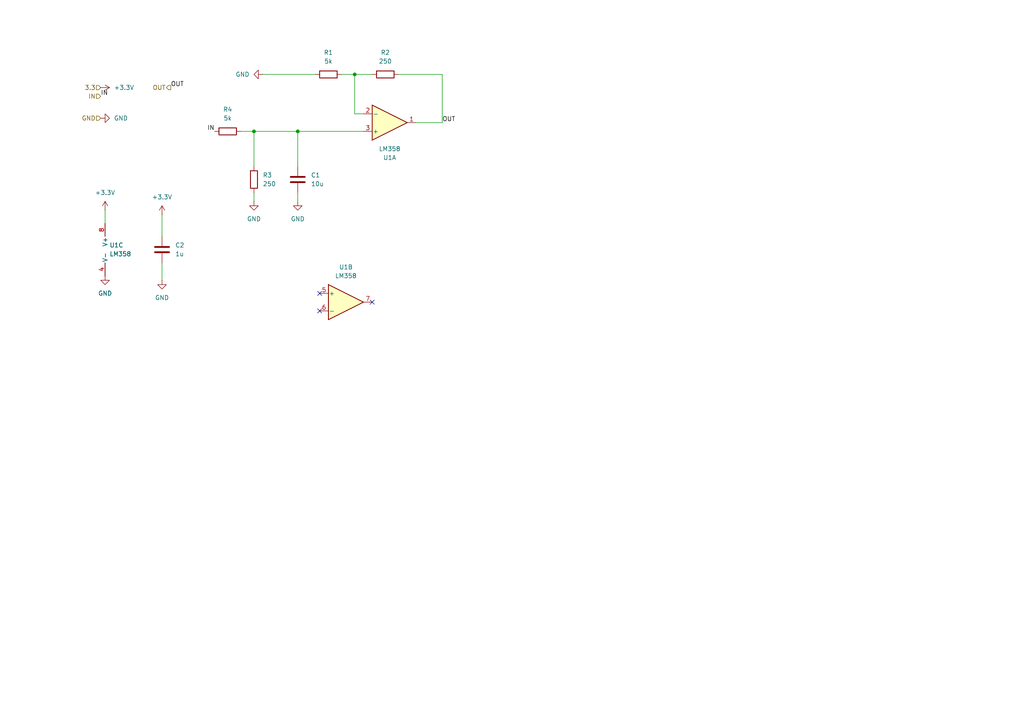
<source format=kicad_sch>
(kicad_sch
	(version 20231120)
	(generator "eeschema")
	(generator_version "8.0")
	(uuid "1ae8411e-c050-447b-9469-986b7003fe10")
	(paper "A4")
	(lib_symbols
		(symbol "Amplifier_Operational:LM358"
			(pin_names
				(offset 0.127)
			)
			(exclude_from_sim no)
			(in_bom yes)
			(on_board yes)
			(property "Reference" "U"
				(at 0 5.08 0)
				(effects
					(font
						(size 1.27 1.27)
					)
					(justify left)
				)
			)
			(property "Value" "LM358"
				(at 0 -5.08 0)
				(effects
					(font
						(size 1.27 1.27)
					)
					(justify left)
				)
			)
			(property "Footprint" ""
				(at 0 0 0)
				(effects
					(font
						(size 1.27 1.27)
					)
					(hide yes)
				)
			)
			(property "Datasheet" "http://www.ti.com/lit/ds/symlink/lm2904-n.pdf"
				(at 0 0 0)
				(effects
					(font
						(size 1.27 1.27)
					)
					(hide yes)
				)
			)
			(property "Description" "Low-Power, Dual Operational Amplifiers, DIP-8/SOIC-8/TO-99-8"
				(at 0 0 0)
				(effects
					(font
						(size 1.27 1.27)
					)
					(hide yes)
				)
			)
			(property "ki_locked" ""
				(at 0 0 0)
				(effects
					(font
						(size 1.27 1.27)
					)
				)
			)
			(property "ki_keywords" "dual opamp"
				(at 0 0 0)
				(effects
					(font
						(size 1.27 1.27)
					)
					(hide yes)
				)
			)
			(property "ki_fp_filters" "SOIC*3.9x4.9mm*P1.27mm* DIP*W7.62mm* TO*99* OnSemi*Micro8* TSSOP*3x3mm*P0.65mm* TSSOP*4.4x3mm*P0.65mm* MSOP*3x3mm*P0.65mm* SSOP*3.9x4.9mm*P0.635mm* LFCSP*2x2mm*P0.5mm* *SIP* SOIC*5.3x6.2mm*P1.27mm*"
				(at 0 0 0)
				(effects
					(font
						(size 1.27 1.27)
					)
					(hide yes)
				)
			)
			(symbol "LM358_1_1"
				(polyline
					(pts
						(xy -5.08 5.08) (xy 5.08 0) (xy -5.08 -5.08) (xy -5.08 5.08)
					)
					(stroke
						(width 0.254)
						(type default)
					)
					(fill
						(type background)
					)
				)
				(pin output line
					(at 7.62 0 180)
					(length 2.54)
					(name "~"
						(effects
							(font
								(size 1.27 1.27)
							)
						)
					)
					(number "1"
						(effects
							(font
								(size 1.27 1.27)
							)
						)
					)
				)
				(pin input line
					(at -7.62 -2.54 0)
					(length 2.54)
					(name "-"
						(effects
							(font
								(size 1.27 1.27)
							)
						)
					)
					(number "2"
						(effects
							(font
								(size 1.27 1.27)
							)
						)
					)
				)
				(pin input line
					(at -7.62 2.54 0)
					(length 2.54)
					(name "+"
						(effects
							(font
								(size 1.27 1.27)
							)
						)
					)
					(number "3"
						(effects
							(font
								(size 1.27 1.27)
							)
						)
					)
				)
			)
			(symbol "LM358_2_1"
				(polyline
					(pts
						(xy -5.08 5.08) (xy 5.08 0) (xy -5.08 -5.08) (xy -5.08 5.08)
					)
					(stroke
						(width 0.254)
						(type default)
					)
					(fill
						(type background)
					)
				)
				(pin input line
					(at -7.62 2.54 0)
					(length 2.54)
					(name "+"
						(effects
							(font
								(size 1.27 1.27)
							)
						)
					)
					(number "5"
						(effects
							(font
								(size 1.27 1.27)
							)
						)
					)
				)
				(pin input line
					(at -7.62 -2.54 0)
					(length 2.54)
					(name "-"
						(effects
							(font
								(size 1.27 1.27)
							)
						)
					)
					(number "6"
						(effects
							(font
								(size 1.27 1.27)
							)
						)
					)
				)
				(pin output line
					(at 7.62 0 180)
					(length 2.54)
					(name "~"
						(effects
							(font
								(size 1.27 1.27)
							)
						)
					)
					(number "7"
						(effects
							(font
								(size 1.27 1.27)
							)
						)
					)
				)
			)
			(symbol "LM358_3_1"
				(pin power_in line
					(at -2.54 -7.62 90)
					(length 3.81)
					(name "V-"
						(effects
							(font
								(size 1.27 1.27)
							)
						)
					)
					(number "4"
						(effects
							(font
								(size 1.27 1.27)
							)
						)
					)
				)
				(pin power_in line
					(at -2.54 7.62 270)
					(length 3.81)
					(name "V+"
						(effects
							(font
								(size 1.27 1.27)
							)
						)
					)
					(number "8"
						(effects
							(font
								(size 1.27 1.27)
							)
						)
					)
				)
			)
		)
		(symbol "Device:C"
			(pin_numbers hide)
			(pin_names
				(offset 0.254)
			)
			(exclude_from_sim no)
			(in_bom yes)
			(on_board yes)
			(property "Reference" "C"
				(at 0.635 2.54 0)
				(effects
					(font
						(size 1.27 1.27)
					)
					(justify left)
				)
			)
			(property "Value" "C"
				(at 0.635 -2.54 0)
				(effects
					(font
						(size 1.27 1.27)
					)
					(justify left)
				)
			)
			(property "Footprint" ""
				(at 0.9652 -3.81 0)
				(effects
					(font
						(size 1.27 1.27)
					)
					(hide yes)
				)
			)
			(property "Datasheet" "~"
				(at 0 0 0)
				(effects
					(font
						(size 1.27 1.27)
					)
					(hide yes)
				)
			)
			(property "Description" "Unpolarized capacitor"
				(at 0 0 0)
				(effects
					(font
						(size 1.27 1.27)
					)
					(hide yes)
				)
			)
			(property "ki_keywords" "cap capacitor"
				(at 0 0 0)
				(effects
					(font
						(size 1.27 1.27)
					)
					(hide yes)
				)
			)
			(property "ki_fp_filters" "C_*"
				(at 0 0 0)
				(effects
					(font
						(size 1.27 1.27)
					)
					(hide yes)
				)
			)
			(symbol "C_0_1"
				(polyline
					(pts
						(xy -2.032 -0.762) (xy 2.032 -0.762)
					)
					(stroke
						(width 0.508)
						(type default)
					)
					(fill
						(type none)
					)
				)
				(polyline
					(pts
						(xy -2.032 0.762) (xy 2.032 0.762)
					)
					(stroke
						(width 0.508)
						(type default)
					)
					(fill
						(type none)
					)
				)
			)
			(symbol "C_1_1"
				(pin passive line
					(at 0 3.81 270)
					(length 2.794)
					(name "~"
						(effects
							(font
								(size 1.27 1.27)
							)
						)
					)
					(number "1"
						(effects
							(font
								(size 1.27 1.27)
							)
						)
					)
				)
				(pin passive line
					(at 0 -3.81 90)
					(length 2.794)
					(name "~"
						(effects
							(font
								(size 1.27 1.27)
							)
						)
					)
					(number "2"
						(effects
							(font
								(size 1.27 1.27)
							)
						)
					)
				)
			)
		)
		(symbol "Device:R"
			(pin_numbers hide)
			(pin_names
				(offset 0)
			)
			(exclude_from_sim no)
			(in_bom yes)
			(on_board yes)
			(property "Reference" "R"
				(at 2.032 0 90)
				(effects
					(font
						(size 1.27 1.27)
					)
				)
			)
			(property "Value" "R"
				(at 0 0 90)
				(effects
					(font
						(size 1.27 1.27)
					)
				)
			)
			(property "Footprint" ""
				(at -1.778 0 90)
				(effects
					(font
						(size 1.27 1.27)
					)
					(hide yes)
				)
			)
			(property "Datasheet" "~"
				(at 0 0 0)
				(effects
					(font
						(size 1.27 1.27)
					)
					(hide yes)
				)
			)
			(property "Description" "Resistor"
				(at 0 0 0)
				(effects
					(font
						(size 1.27 1.27)
					)
					(hide yes)
				)
			)
			(property "ki_keywords" "R res resistor"
				(at 0 0 0)
				(effects
					(font
						(size 1.27 1.27)
					)
					(hide yes)
				)
			)
			(property "ki_fp_filters" "R_*"
				(at 0 0 0)
				(effects
					(font
						(size 1.27 1.27)
					)
					(hide yes)
				)
			)
			(symbol "R_0_1"
				(rectangle
					(start -1.016 -2.54)
					(end 1.016 2.54)
					(stroke
						(width 0.254)
						(type default)
					)
					(fill
						(type none)
					)
				)
			)
			(symbol "R_1_1"
				(pin passive line
					(at 0 3.81 270)
					(length 1.27)
					(name "~"
						(effects
							(font
								(size 1.27 1.27)
							)
						)
					)
					(number "1"
						(effects
							(font
								(size 1.27 1.27)
							)
						)
					)
				)
				(pin passive line
					(at 0 -3.81 90)
					(length 1.27)
					(name "~"
						(effects
							(font
								(size 1.27 1.27)
							)
						)
					)
					(number "2"
						(effects
							(font
								(size 1.27 1.27)
							)
						)
					)
				)
			)
		)
		(symbol "power:+3.3V"
			(power)
			(pin_numbers hide)
			(pin_names
				(offset 0) hide)
			(exclude_from_sim no)
			(in_bom yes)
			(on_board yes)
			(property "Reference" "#PWR"
				(at 0 -3.81 0)
				(effects
					(font
						(size 1.27 1.27)
					)
					(hide yes)
				)
			)
			(property "Value" "+3.3V"
				(at 0 3.556 0)
				(effects
					(font
						(size 1.27 1.27)
					)
				)
			)
			(property "Footprint" ""
				(at 0 0 0)
				(effects
					(font
						(size 1.27 1.27)
					)
					(hide yes)
				)
			)
			(property "Datasheet" ""
				(at 0 0 0)
				(effects
					(font
						(size 1.27 1.27)
					)
					(hide yes)
				)
			)
			(property "Description" "Power symbol creates a global label with name \"+3.3V\""
				(at 0 0 0)
				(effects
					(font
						(size 1.27 1.27)
					)
					(hide yes)
				)
			)
			(property "ki_keywords" "global power"
				(at 0 0 0)
				(effects
					(font
						(size 1.27 1.27)
					)
					(hide yes)
				)
			)
			(symbol "+3.3V_0_1"
				(polyline
					(pts
						(xy -0.762 1.27) (xy 0 2.54)
					)
					(stroke
						(width 0)
						(type default)
					)
					(fill
						(type none)
					)
				)
				(polyline
					(pts
						(xy 0 0) (xy 0 2.54)
					)
					(stroke
						(width 0)
						(type default)
					)
					(fill
						(type none)
					)
				)
				(polyline
					(pts
						(xy 0 2.54) (xy 0.762 1.27)
					)
					(stroke
						(width 0)
						(type default)
					)
					(fill
						(type none)
					)
				)
			)
			(symbol "+3.3V_1_1"
				(pin power_in line
					(at 0 0 90)
					(length 0)
					(name "~"
						(effects
							(font
								(size 1.27 1.27)
							)
						)
					)
					(number "1"
						(effects
							(font
								(size 1.27 1.27)
							)
						)
					)
				)
			)
		)
		(symbol "power:GND"
			(power)
			(pin_numbers hide)
			(pin_names
				(offset 0) hide)
			(exclude_from_sim no)
			(in_bom yes)
			(on_board yes)
			(property "Reference" "#PWR"
				(at 0 -6.35 0)
				(effects
					(font
						(size 1.27 1.27)
					)
					(hide yes)
				)
			)
			(property "Value" "GND"
				(at 0 -3.81 0)
				(effects
					(font
						(size 1.27 1.27)
					)
				)
			)
			(property "Footprint" ""
				(at 0 0 0)
				(effects
					(font
						(size 1.27 1.27)
					)
					(hide yes)
				)
			)
			(property "Datasheet" ""
				(at 0 0 0)
				(effects
					(font
						(size 1.27 1.27)
					)
					(hide yes)
				)
			)
			(property "Description" "Power symbol creates a global label with name \"GND\" , ground"
				(at 0 0 0)
				(effects
					(font
						(size 1.27 1.27)
					)
					(hide yes)
				)
			)
			(property "ki_keywords" "global power"
				(at 0 0 0)
				(effects
					(font
						(size 1.27 1.27)
					)
					(hide yes)
				)
			)
			(symbol "GND_0_1"
				(polyline
					(pts
						(xy 0 0) (xy 0 -1.27) (xy 1.27 -1.27) (xy 0 -2.54) (xy -1.27 -1.27) (xy 0 -1.27)
					)
					(stroke
						(width 0)
						(type default)
					)
					(fill
						(type none)
					)
				)
			)
			(symbol "GND_1_1"
				(pin power_in line
					(at 0 0 270)
					(length 0)
					(name "~"
						(effects
							(font
								(size 1.27 1.27)
							)
						)
					)
					(number "1"
						(effects
							(font
								(size 1.27 1.27)
							)
						)
					)
				)
			)
		)
	)
	(junction
		(at 86.36 38.1)
		(diameter 0)
		(color 0 0 0 0)
		(uuid "2ccd71af-0ba9-4edf-8444-d7f24d47a4a3")
	)
	(junction
		(at 102.87 21.59)
		(diameter 0)
		(color 0 0 0 0)
		(uuid "741e3bbe-1596-423d-828c-f3c84bf4e8f7")
	)
	(junction
		(at 73.66 38.1)
		(diameter 0)
		(color 0 0 0 0)
		(uuid "876c4171-3a70-4d10-8527-8996499591a0")
	)
	(no_connect
		(at 92.71 90.17)
		(uuid "16feb17f-ae21-41eb-8b77-3478136e537c")
	)
	(no_connect
		(at 92.71 85.09)
		(uuid "31fe0c33-75f4-4d37-a3e1-6558e997e5dc")
	)
	(no_connect
		(at 107.95 87.63)
		(uuid "abb3d851-54b8-405f-b907-9ed40f1f3630")
	)
	(wire
		(pts
			(xy 73.66 38.1) (xy 86.36 38.1)
		)
		(stroke
			(width 0)
			(type default)
		)
		(uuid "04920c4e-3401-4ef3-9123-780aa195e316")
	)
	(wire
		(pts
			(xy 102.87 21.59) (xy 107.95 21.59)
		)
		(stroke
			(width 0)
			(type default)
		)
		(uuid "1197dd72-bf08-4b6c-9556-7ad10b8451f7")
	)
	(wire
		(pts
			(xy 46.99 62.23) (xy 46.99 68.58)
		)
		(stroke
			(width 0)
			(type default)
		)
		(uuid "22ea4fd7-d491-4a28-ab66-b2c978ccf840")
	)
	(wire
		(pts
			(xy 120.65 35.56) (xy 128.27 35.56)
		)
		(stroke
			(width 0)
			(type default)
		)
		(uuid "3985d379-a47c-4627-9fd8-8e450c3fe65b")
	)
	(wire
		(pts
			(xy 73.66 48.26) (xy 73.66 38.1)
		)
		(stroke
			(width 0)
			(type default)
		)
		(uuid "3e35fa52-0973-4e39-868a-2c3f61e13645")
	)
	(wire
		(pts
			(xy 30.48 60.96) (xy 30.48 64.77)
		)
		(stroke
			(width 0)
			(type default)
		)
		(uuid "47a13220-057a-4da9-a1dd-f2ad1159633d")
	)
	(wire
		(pts
			(xy 128.27 21.59) (xy 115.57 21.59)
		)
		(stroke
			(width 0)
			(type default)
		)
		(uuid "5572dad7-873d-4e7f-91a4-cff4a59e5e5e")
	)
	(wire
		(pts
			(xy 69.85 38.1) (xy 73.66 38.1)
		)
		(stroke
			(width 0)
			(type default)
		)
		(uuid "628ea601-af0f-44d4-bd39-ec76f4f5ffbf")
	)
	(wire
		(pts
			(xy 105.41 38.1) (xy 86.36 38.1)
		)
		(stroke
			(width 0)
			(type default)
		)
		(uuid "8e2bf118-caa0-4eec-bc9b-c04bb61a04d1")
	)
	(wire
		(pts
			(xy 86.36 55.88) (xy 86.36 58.42)
		)
		(stroke
			(width 0)
			(type default)
		)
		(uuid "9bbbcd38-668b-4703-b68e-108afb558734")
	)
	(wire
		(pts
			(xy 76.2 21.59) (xy 91.44 21.59)
		)
		(stroke
			(width 0)
			(type default)
		)
		(uuid "a893e902-0ffd-485e-aaf1-7a455bce70c0")
	)
	(wire
		(pts
			(xy 46.99 76.2) (xy 46.99 81.28)
		)
		(stroke
			(width 0)
			(type default)
		)
		(uuid "bbbff54e-56ef-4bf9-b311-fd909aece87c")
	)
	(wire
		(pts
			(xy 86.36 38.1) (xy 86.36 48.26)
		)
		(stroke
			(width 0)
			(type default)
		)
		(uuid "d17a3b74-a12b-4c66-9641-55b1228ffed5")
	)
	(wire
		(pts
			(xy 128.27 35.56) (xy 128.27 21.59)
		)
		(stroke
			(width 0)
			(type default)
		)
		(uuid "dc9071a6-ea83-4a93-91e6-797aeaa4b92e")
	)
	(wire
		(pts
			(xy 99.06 21.59) (xy 102.87 21.59)
		)
		(stroke
			(width 0)
			(type default)
		)
		(uuid "e1c77342-15dc-422e-839c-44b293e84deb")
	)
	(wire
		(pts
			(xy 102.87 21.59) (xy 102.87 33.02)
		)
		(stroke
			(width 0)
			(type default)
		)
		(uuid "eea44694-4988-4e31-9d44-eaf79ae2f890")
	)
	(wire
		(pts
			(xy 105.41 33.02) (xy 102.87 33.02)
		)
		(stroke
			(width 0)
			(type default)
		)
		(uuid "efa16f04-e0cf-441d-a48d-577602620a47")
	)
	(wire
		(pts
			(xy 73.66 55.88) (xy 73.66 58.42)
		)
		(stroke
			(width 0)
			(type default)
		)
		(uuid "efc7e609-b11a-4050-b04b-90434c805283")
	)
	(label "IN"
		(at 29.21 27.94 0)
		(effects
			(font
				(size 1.27 1.27)
			)
			(justify left bottom)
		)
		(uuid "20b44762-7cf7-4b38-91cc-17eb8d7eb1bd")
	)
	(label "OUT"
		(at 49.53 25.4 0)
		(effects
			(font
				(size 1.27 1.27)
			)
			(justify left bottom)
		)
		(uuid "23f53cd3-19b5-413d-81a0-e34684b82586")
	)
	(label "IN"
		(at 62.23 38.1 180)
		(effects
			(font
				(size 1.27 1.27)
			)
			(justify right bottom)
		)
		(uuid "5f352396-ae0d-4fc7-a2d3-b5fb910ece05")
	)
	(label "OUT"
		(at 128.27 35.56 0)
		(effects
			(font
				(size 1.27 1.27)
			)
			(justify left bottom)
		)
		(uuid "dced891e-b0f4-4186-8647-5ea533cb9c78")
	)
	(hierarchical_label "IN"
		(shape input)
		(at 29.21 27.94 180)
		(effects
			(font
				(size 1.27 1.27)
			)
			(justify right)
		)
		(uuid "01467d5d-9348-428a-9cbc-88e27d046eb2")
	)
	(hierarchical_label "GND"
		(shape input)
		(at 29.21 34.29 180)
		(effects
			(font
				(size 1.27 1.27)
			)
			(justify right)
		)
		(uuid "b634f4ee-6a87-471a-9fb5-83de322f4118")
	)
	(hierarchical_label "3.3"
		(shape input)
		(at 29.21 25.4 180)
		(effects
			(font
				(size 1.27 1.27)
			)
			(justify right)
		)
		(uuid "d11ab48b-8bf6-492f-a508-2c85a286c990")
	)
	(hierarchical_label "OUT"
		(shape output)
		(at 49.53 25.4 180)
		(effects
			(font
				(size 1.27 1.27)
			)
			(justify right)
		)
		(uuid "d8d47293-87e0-4c10-b2b2-3ebd4e9fdc95")
	)
	(symbol
		(lib_id "power:GND")
		(at 76.2 21.59 270)
		(unit 1)
		(exclude_from_sim no)
		(in_bom yes)
		(on_board yes)
		(dnp no)
		(fields_autoplaced yes)
		(uuid "278e87cd-2e8e-4930-93b6-b2e4257310ed")
		(property "Reference" "#PWR013"
			(at 69.85 21.59 0)
			(effects
				(font
					(size 1.27 1.27)
				)
				(hide yes)
			)
		)
		(property "Value" "GND"
			(at 72.39 21.5899 90)
			(effects
				(font
					(size 1.27 1.27)
				)
				(justify right)
			)
		)
		(property "Footprint" ""
			(at 76.2 21.59 0)
			(effects
				(font
					(size 1.27 1.27)
				)
				(hide yes)
			)
		)
		(property "Datasheet" ""
			(at 76.2 21.59 0)
			(effects
				(font
					(size 1.27 1.27)
				)
				(hide yes)
			)
		)
		(property "Description" "Power symbol creates a global label with name \"GND\" , ground"
			(at 76.2 21.59 0)
			(effects
				(font
					(size 1.27 1.27)
				)
				(hide yes)
			)
		)
		(pin "1"
			(uuid "63a3fd22-8cf6-4a43-8307-4949f4dc13c3")
		)
		(instances
			(project ""
				(path "/7f27460f-edcd-4f17-aec5-23474ccb900d/68f1c2b9-f8e6-4df9-b77c-5a4062b6111f"
					(reference "#PWR013")
					(unit 1)
				)
			)
		)
	)
	(symbol
		(lib_id "Amplifier_Operational:LM358")
		(at 100.33 87.63 0)
		(unit 2)
		(exclude_from_sim no)
		(in_bom yes)
		(on_board yes)
		(dnp no)
		(fields_autoplaced yes)
		(uuid "32695f60-1574-49c0-ae57-15af2ef2a463")
		(property "Reference" "U1"
			(at 100.33 77.47 0)
			(effects
				(font
					(size 1.27 1.27)
				)
			)
		)
		(property "Value" "LM358"
			(at 100.33 80.01 0)
			(effects
				(font
					(size 1.27 1.27)
				)
			)
		)
		(property "Footprint" "Package_SO:VSSOP-8_3x3mm_P0.65mm"
			(at 100.33 87.63 0)
			(effects
				(font
					(size 1.27 1.27)
				)
				(hide yes)
			)
		)
		(property "Datasheet" "http://www.ti.com/lit/ds/symlink/lm2904-n.pdf"
			(at 100.33 87.63 0)
			(effects
				(font
					(size 1.27 1.27)
				)
				(hide yes)
			)
		)
		(property "Description" "Low-Power, Dual Operational Amplifiers, DIP-8/SOIC-8/TO-99-8"
			(at 100.33 87.63 0)
			(effects
				(font
					(size 1.27 1.27)
				)
				(hide yes)
			)
		)
		(property "Part Number" "LM358DGKR"
			(at 100.33 87.63 0)
			(effects
				(font
					(size 1.27 1.27)
				)
				(hide yes)
			)
		)
		(pin "2"
			(uuid "3de2dfee-995d-45dc-976d-7464333e2e97")
		)
		(pin "1"
			(uuid "d986d756-6d9e-4ea9-a8e2-da526381941f")
		)
		(pin "3"
			(uuid "e0c82165-4d84-4e43-9467-58ceeb1577fa")
		)
		(pin "8"
			(uuid "78c1edd3-6cfd-4e58-ae22-d381489db382")
		)
		(pin "4"
			(uuid "4c36ffce-9b33-4f58-a570-8b5706cb4663")
		)
		(pin "6"
			(uuid "91bf85fc-d515-43f6-bb23-5ee1046ad435")
		)
		(pin "5"
			(uuid "aa1de6b5-d73c-4094-8d6c-e7d9f9a52178")
		)
		(pin "7"
			(uuid "b87a0541-f4b1-4e7a-a77f-bee3a2a62ca7")
		)
		(instances
			(project ""
				(path "/7f27460f-edcd-4f17-aec5-23474ccb900d/68f1c2b9-f8e6-4df9-b77c-5a4062b6111f"
					(reference "U1")
					(unit 2)
				)
			)
		)
	)
	(symbol
		(lib_id "Device:R")
		(at 111.76 21.59 90)
		(unit 1)
		(exclude_from_sim no)
		(in_bom yes)
		(on_board yes)
		(dnp no)
		(fields_autoplaced yes)
		(uuid "349ec088-32d9-4735-b249-4a3b0ebcdfb0")
		(property "Reference" "R2"
			(at 111.76 15.24 90)
			(effects
				(font
					(size 1.27 1.27)
				)
			)
		)
		(property "Value" "250"
			(at 111.76 17.78 90)
			(effects
				(font
					(size 1.27 1.27)
				)
			)
		)
		(property "Footprint" "Resistor_SMD:R_0805_2012Metric"
			(at 111.76 23.368 90)
			(effects
				(font
					(size 1.27 1.27)
				)
				(hide yes)
			)
		)
		(property "Datasheet" "~"
			(at 111.76 21.59 0)
			(effects
				(font
					(size 1.27 1.27)
				)
				(hide yes)
			)
		)
		(property "Description" "Resistor"
			(at 111.76 21.59 0)
			(effects
				(font
					(size 1.27 1.27)
				)
				(hide yes)
			)
		)
		(property "Part Number" "RR1220P-103-D"
			(at 111.76 21.59 90)
			(effects
				(font
					(size 1.27 1.27)
				)
				(hide yes)
			)
		)
		(pin "1"
			(uuid "1588e2ba-8616-45ba-84fa-7cd2f8ed5264")
		)
		(pin "2"
			(uuid "8d01096f-fdf7-4a28-9b12-a1fd2e7b16e8")
		)
		(instances
			(project "NEW1"
				(path "/7f27460f-edcd-4f17-aec5-23474ccb900d/68f1c2b9-f8e6-4df9-b77c-5a4062b6111f"
					(reference "R2")
					(unit 1)
				)
			)
		)
	)
	(symbol
		(lib_id "Amplifier_Operational:LM358")
		(at 33.02 72.39 0)
		(unit 3)
		(exclude_from_sim no)
		(in_bom yes)
		(on_board yes)
		(dnp no)
		(fields_autoplaced yes)
		(uuid "399fd976-1853-4c22-9ee6-e0039037d243")
		(property "Reference" "U1"
			(at 31.75 71.1199 0)
			(effects
				(font
					(size 1.27 1.27)
				)
				(justify left)
			)
		)
		(property "Value" "LM358"
			(at 31.75 73.6599 0)
			(effects
				(font
					(size 1.27 1.27)
				)
				(justify left)
			)
		)
		(property "Footprint" "Package_SO:VSSOP-8_3x3mm_P0.65mm"
			(at 33.02 72.39 0)
			(effects
				(font
					(size 1.27 1.27)
				)
				(hide yes)
			)
		)
		(property "Datasheet" "http://www.ti.com/lit/ds/symlink/lm2904-n.pdf"
			(at 33.02 72.39 0)
			(effects
				(font
					(size 1.27 1.27)
				)
				(hide yes)
			)
		)
		(property "Description" "Low-Power, Dual Operational Amplifiers, DIP-8/SOIC-8/TO-99-8"
			(at 33.02 72.39 0)
			(effects
				(font
					(size 1.27 1.27)
				)
				(hide yes)
			)
		)
		(property "Part Number" "LM358DGKR"
			(at 33.02 72.39 0)
			(effects
				(font
					(size 1.27 1.27)
				)
				(hide yes)
			)
		)
		(pin "2"
			(uuid "3de2dfee-995d-45dc-976d-7464333e2e98")
		)
		(pin "1"
			(uuid "d986d756-6d9e-4ea9-a8e2-da5263819420")
		)
		(pin "3"
			(uuid "e0c82165-4d84-4e43-9467-58ceeb1577fb")
		)
		(pin "8"
			(uuid "78c1edd3-6cfd-4e58-ae22-d381489db383")
		)
		(pin "4"
			(uuid "4c36ffce-9b33-4f58-a570-8b5706cb4664")
		)
		(pin "6"
			(uuid "91bf85fc-d515-43f6-bb23-5ee1046ad436")
		)
		(pin "5"
			(uuid "aa1de6b5-d73c-4094-8d6c-e7d9f9a52179")
		)
		(pin "7"
			(uuid "b87a0541-f4b1-4e7a-a77f-bee3a2a62ca8")
		)
		(instances
			(project ""
				(path "/7f27460f-edcd-4f17-aec5-23474ccb900d/68f1c2b9-f8e6-4df9-b77c-5a4062b6111f"
					(reference "U1")
					(unit 3)
				)
			)
		)
	)
	(symbol
		(lib_id "Device:R")
		(at 66.04 38.1 270)
		(unit 1)
		(exclude_from_sim no)
		(in_bom yes)
		(on_board yes)
		(dnp no)
		(fields_autoplaced yes)
		(uuid "3b04f573-3dbd-4b89-a239-8c2c95cc5863")
		(property "Reference" "R4"
			(at 66.04 31.75 90)
			(effects
				(font
					(size 1.27 1.27)
				)
			)
		)
		(property "Value" "5k"
			(at 66.04 34.29 90)
			(effects
				(font
					(size 1.27 1.27)
				)
			)
		)
		(property "Footprint" "Resistor_SMD:R_0805_2012Metric"
			(at 66.04 36.322 90)
			(effects
				(font
					(size 1.27 1.27)
				)
				(hide yes)
			)
		)
		(property "Datasheet" "~"
			(at 66.04 38.1 0)
			(effects
				(font
					(size 1.27 1.27)
				)
				(hide yes)
			)
		)
		(property "Description" "Resistor"
			(at 66.04 38.1 0)
			(effects
				(font
					(size 1.27 1.27)
				)
				(hide yes)
			)
		)
		(property "Part Number" "CRT0805-BY-5001EAS"
			(at 66.04 38.1 90)
			(effects
				(font
					(size 1.27 1.27)
				)
				(hide yes)
			)
		)
		(pin "1"
			(uuid "89e4a769-2f3e-4019-9f35-c27ed50cb157")
		)
		(pin "2"
			(uuid "d83e262f-eecd-4def-ad89-7c2a77525908")
		)
		(instances
			(project "NEW1"
				(path "/7f27460f-edcd-4f17-aec5-23474ccb900d/68f1c2b9-f8e6-4df9-b77c-5a4062b6111f"
					(reference "R4")
					(unit 1)
				)
			)
		)
	)
	(symbol
		(lib_id "power:+3.3V")
		(at 30.48 60.96 0)
		(unit 1)
		(exclude_from_sim no)
		(in_bom yes)
		(on_board yes)
		(dnp no)
		(fields_autoplaced yes)
		(uuid "8034e461-37c6-4e4d-9dd0-2a1061f5e6d4")
		(property "Reference" "#PWR011"
			(at 30.48 64.77 0)
			(effects
				(font
					(size 1.27 1.27)
				)
				(hide yes)
			)
		)
		(property "Value" "+3.3V"
			(at 30.48 55.88 0)
			(effects
				(font
					(size 1.27 1.27)
				)
			)
		)
		(property "Footprint" ""
			(at 30.48 60.96 0)
			(effects
				(font
					(size 1.27 1.27)
				)
				(hide yes)
			)
		)
		(property "Datasheet" ""
			(at 30.48 60.96 0)
			(effects
				(font
					(size 1.27 1.27)
				)
				(hide yes)
			)
		)
		(property "Description" "Power symbol creates a global label with name \"+3.3V\""
			(at 30.48 60.96 0)
			(effects
				(font
					(size 1.27 1.27)
				)
				(hide yes)
			)
		)
		(pin "1"
			(uuid "fc9a12bd-e877-4188-9a01-3ea0c89526ab")
		)
		(instances
			(project ""
				(path "/7f27460f-edcd-4f17-aec5-23474ccb900d/68f1c2b9-f8e6-4df9-b77c-5a4062b6111f"
					(reference "#PWR011")
					(unit 1)
				)
			)
		)
	)
	(symbol
		(lib_id "power:GND")
		(at 46.99 81.28 0)
		(unit 1)
		(exclude_from_sim no)
		(in_bom yes)
		(on_board yes)
		(dnp no)
		(fields_autoplaced yes)
		(uuid "875fab6b-d604-42a4-b771-1dfd51fd5fd2")
		(property "Reference" "#PWR017"
			(at 46.99 87.63 0)
			(effects
				(font
					(size 1.27 1.27)
				)
				(hide yes)
			)
		)
		(property "Value" "GND"
			(at 46.99 86.36 0)
			(effects
				(font
					(size 1.27 1.27)
				)
			)
		)
		(property "Footprint" ""
			(at 46.99 81.28 0)
			(effects
				(font
					(size 1.27 1.27)
				)
				(hide yes)
			)
		)
		(property "Datasheet" ""
			(at 46.99 81.28 0)
			(effects
				(font
					(size 1.27 1.27)
				)
				(hide yes)
			)
		)
		(property "Description" "Power symbol creates a global label with name \"GND\" , ground"
			(at 46.99 81.28 0)
			(effects
				(font
					(size 1.27 1.27)
				)
				(hide yes)
			)
		)
		(pin "1"
			(uuid "bc619935-79b3-495d-bf06-93ff6a540159")
		)
		(instances
			(project "NEW1"
				(path "/7f27460f-edcd-4f17-aec5-23474ccb900d/68f1c2b9-f8e6-4df9-b77c-5a4062b6111f"
					(reference "#PWR017")
					(unit 1)
				)
			)
		)
	)
	(symbol
		(lib_id "Device:C")
		(at 46.99 72.39 0)
		(unit 1)
		(exclude_from_sim no)
		(in_bom yes)
		(on_board yes)
		(dnp no)
		(fields_autoplaced yes)
		(uuid "96a2d0b1-7047-406a-bbab-80e0321ed489")
		(property "Reference" "C2"
			(at 50.8 71.1199 0)
			(effects
				(font
					(size 1.27 1.27)
				)
				(justify left)
			)
		)
		(property "Value" "1u"
			(at 50.8 73.6599 0)
			(effects
				(font
					(size 1.27 1.27)
				)
				(justify left)
			)
		)
		(property "Footprint" "Capacitor_SMD:C_0805_2012Metric"
			(at 47.9552 76.2 0)
			(effects
				(font
					(size 1.27 1.27)
				)
				(hide yes)
			)
		)
		(property "Datasheet" "~"
			(at 46.99 72.39 0)
			(effects
				(font
					(size 1.27 1.27)
				)
				(hide yes)
			)
		)
		(property "Description" "Unpolarized capacitor"
			(at 46.99 72.39 0)
			(effects
				(font
					(size 1.27 1.27)
				)
				(hide yes)
			)
		)
		(property "Part Number" "C0805C105K3RACTU"
			(at 46.99 72.39 0)
			(effects
				(font
					(size 1.27 1.27)
				)
				(hide yes)
			)
		)
		(pin "2"
			(uuid "76a42441-184e-459d-930e-436bc9419895")
		)
		(pin "1"
			(uuid "6c2fafac-3b18-43bd-99d0-b8035d2a2344")
		)
		(instances
			(project "NEW1"
				(path "/7f27460f-edcd-4f17-aec5-23474ccb900d/68f1c2b9-f8e6-4df9-b77c-5a4062b6111f"
					(reference "C2")
					(unit 1)
				)
			)
		)
	)
	(symbol
		(lib_id "Device:R")
		(at 95.25 21.59 90)
		(unit 1)
		(exclude_from_sim no)
		(in_bom yes)
		(on_board yes)
		(dnp no)
		(fields_autoplaced yes)
		(uuid "9afd6c5b-2a51-4eca-a753-97f404f2a408")
		(property "Reference" "R1"
			(at 95.25 15.24 90)
			(effects
				(font
					(size 1.27 1.27)
				)
			)
		)
		(property "Value" "5k"
			(at 95.25 17.78 90)
			(effects
				(font
					(size 1.27 1.27)
				)
			)
		)
		(property "Footprint" "Resistor_SMD:R_0805_2012Metric"
			(at 95.25 23.368 90)
			(effects
				(font
					(size 1.27 1.27)
				)
				(hide yes)
			)
		)
		(property "Datasheet" "~"
			(at 95.25 21.59 0)
			(effects
				(font
					(size 1.27 1.27)
				)
				(hide yes)
			)
		)
		(property "Description" "Resistor"
			(at 95.25 21.59 0)
			(effects
				(font
					(size 1.27 1.27)
				)
				(hide yes)
			)
		)
		(property "Part Number" "CRT0805-BY-5001EAS"
			(at 95.25 21.59 90)
			(effects
				(font
					(size 1.27 1.27)
				)
				(hide yes)
			)
		)
		(pin "1"
			(uuid "95f59629-6f48-4943-8e6d-4fd78c37ec70")
		)
		(pin "2"
			(uuid "aec13e8e-8a39-404f-b35b-615d5187e5ac")
		)
		(instances
			(project ""
				(path "/7f27460f-edcd-4f17-aec5-23474ccb900d/68f1c2b9-f8e6-4df9-b77c-5a4062b6111f"
					(reference "R1")
					(unit 1)
				)
			)
		)
	)
	(symbol
		(lib_id "power:+3.3V")
		(at 46.99 62.23 0)
		(unit 1)
		(exclude_from_sim no)
		(in_bom yes)
		(on_board yes)
		(dnp no)
		(fields_autoplaced yes)
		(uuid "a1f9e697-82cf-46a9-aa22-440a33c021b2")
		(property "Reference" "#PWR016"
			(at 46.99 66.04 0)
			(effects
				(font
					(size 1.27 1.27)
				)
				(hide yes)
			)
		)
		(property "Value" "+3.3V"
			(at 46.99 57.15 0)
			(effects
				(font
					(size 1.27 1.27)
				)
			)
		)
		(property "Footprint" ""
			(at 46.99 62.23 0)
			(effects
				(font
					(size 1.27 1.27)
				)
				(hide yes)
			)
		)
		(property "Datasheet" ""
			(at 46.99 62.23 0)
			(effects
				(font
					(size 1.27 1.27)
				)
				(hide yes)
			)
		)
		(property "Description" "Power symbol creates a global label with name \"+3.3V\""
			(at 46.99 62.23 0)
			(effects
				(font
					(size 1.27 1.27)
				)
				(hide yes)
			)
		)
		(pin "1"
			(uuid "c5854ef4-a562-4989-a28d-32b58c0a3f51")
		)
		(instances
			(project "NEW1"
				(path "/7f27460f-edcd-4f17-aec5-23474ccb900d/68f1c2b9-f8e6-4df9-b77c-5a4062b6111f"
					(reference "#PWR016")
					(unit 1)
				)
			)
		)
	)
	(symbol
		(lib_id "power:+3.3V")
		(at 29.21 25.4 270)
		(unit 1)
		(exclude_from_sim no)
		(in_bom yes)
		(on_board yes)
		(dnp no)
		(fields_autoplaced yes)
		(uuid "aa5d36ee-46ce-4da8-9dd3-2e9a34e6478d")
		(property "Reference" "#PWR010"
			(at 25.4 25.4 0)
			(effects
				(font
					(size 1.27 1.27)
				)
				(hide yes)
			)
		)
		(property "Value" "+3.3V"
			(at 33.02 25.3999 90)
			(effects
				(font
					(size 1.27 1.27)
				)
				(justify left)
			)
		)
		(property "Footprint" ""
			(at 29.21 25.4 0)
			(effects
				(font
					(size 1.27 1.27)
				)
				(hide yes)
			)
		)
		(property "Datasheet" ""
			(at 29.21 25.4 0)
			(effects
				(font
					(size 1.27 1.27)
				)
				(hide yes)
			)
		)
		(property "Description" "Power symbol creates a global label with name \"+3.3V\""
			(at 29.21 25.4 0)
			(effects
				(font
					(size 1.27 1.27)
				)
				(hide yes)
			)
		)
		(pin "1"
			(uuid "b8d90b42-4856-4f7f-be06-bee406f9ca5c")
		)
		(instances
			(project ""
				(path "/7f27460f-edcd-4f17-aec5-23474ccb900d/68f1c2b9-f8e6-4df9-b77c-5a4062b6111f"
					(reference "#PWR010")
					(unit 1)
				)
			)
		)
	)
	(symbol
		(lib_id "Amplifier_Operational:LM358")
		(at 113.03 35.56 0)
		(mirror x)
		(unit 1)
		(exclude_from_sim no)
		(in_bom yes)
		(on_board yes)
		(dnp no)
		(uuid "ad691f97-e768-481f-acdb-153fc3198b32")
		(property "Reference" "U1"
			(at 113.03 45.72 0)
			(effects
				(font
					(size 1.27 1.27)
				)
			)
		)
		(property "Value" "LM358"
			(at 113.03 43.18 0)
			(effects
				(font
					(size 1.27 1.27)
				)
			)
		)
		(property "Footprint" "Package_SO:VSSOP-8_3x3mm_P0.65mm"
			(at 113.03 35.56 0)
			(effects
				(font
					(size 1.27 1.27)
				)
				(hide yes)
			)
		)
		(property "Datasheet" "http://www.ti.com/lit/ds/symlink/lm2904-n.pdf"
			(at 113.03 35.56 0)
			(effects
				(font
					(size 1.27 1.27)
				)
				(hide yes)
			)
		)
		(property "Description" "Low-Power, Dual Operational Amplifiers, DIP-8/SOIC-8/TO-99-8"
			(at 113.03 35.56 0)
			(effects
				(font
					(size 1.27 1.27)
				)
				(hide yes)
			)
		)
		(property "Part Number" "LM358DGKR"
			(at 113.03 35.56 0)
			(effects
				(font
					(size 1.27 1.27)
				)
				(hide yes)
			)
		)
		(pin "2"
			(uuid "3de2dfee-995d-45dc-976d-7464333e2e99")
		)
		(pin "1"
			(uuid "d986d756-6d9e-4ea9-a8e2-da5263819421")
		)
		(pin "3"
			(uuid "e0c82165-4d84-4e43-9467-58ceeb1577fc")
		)
		(pin "8"
			(uuid "78c1edd3-6cfd-4e58-ae22-d381489db384")
		)
		(pin "4"
			(uuid "4c36ffce-9b33-4f58-a570-8b5706cb4665")
		)
		(pin "6"
			(uuid "91bf85fc-d515-43f6-bb23-5ee1046ad437")
		)
		(pin "5"
			(uuid "aa1de6b5-d73c-4094-8d6c-e7d9f9a5217a")
		)
		(pin "7"
			(uuid "b87a0541-f4b1-4e7a-a77f-bee3a2a62ca9")
		)
		(instances
			(project ""
				(path "/7f27460f-edcd-4f17-aec5-23474ccb900d/68f1c2b9-f8e6-4df9-b77c-5a4062b6111f"
					(reference "U1")
					(unit 1)
				)
			)
		)
	)
	(symbol
		(lib_id "Device:R")
		(at 73.66 52.07 0)
		(unit 1)
		(exclude_from_sim no)
		(in_bom yes)
		(on_board yes)
		(dnp no)
		(fields_autoplaced yes)
		(uuid "b22b718d-3687-4bc3-82d5-a221fe38c738")
		(property "Reference" "R3"
			(at 76.2 50.7999 0)
			(effects
				(font
					(size 1.27 1.27)
				)
				(justify left)
			)
		)
		(property "Value" "250"
			(at 76.2 53.3399 0)
			(effects
				(font
					(size 1.27 1.27)
				)
				(justify left)
			)
		)
		(property "Footprint" "Resistor_SMD:R_0805_2012Metric"
			(at 71.882 52.07 90)
			(effects
				(font
					(size 1.27 1.27)
				)
				(hide yes)
			)
		)
		(property "Datasheet" "~"
			(at 73.66 52.07 0)
			(effects
				(font
					(size 1.27 1.27)
				)
				(hide yes)
			)
		)
		(property "Description" "Resistor"
			(at 73.66 52.07 0)
			(effects
				(font
					(size 1.27 1.27)
				)
				(hide yes)
			)
		)
		(property "Part Number" "APC0805B250RN"
			(at 73.66 52.07 0)
			(effects
				(font
					(size 1.27 1.27)
				)
				(hide yes)
			)
		)
		(pin "2"
			(uuid "83da847f-22be-4636-9563-788c3d6a35fe")
		)
		(pin "1"
			(uuid "a7e9dd57-c654-479a-bfa6-91f51a59b1e3")
		)
		(instances
			(project ""
				(path "/7f27460f-edcd-4f17-aec5-23474ccb900d/68f1c2b9-f8e6-4df9-b77c-5a4062b6111f"
					(reference "R3")
					(unit 1)
				)
			)
		)
	)
	(symbol
		(lib_id "Device:C")
		(at 86.36 52.07 0)
		(unit 1)
		(exclude_from_sim no)
		(in_bom yes)
		(on_board yes)
		(dnp no)
		(fields_autoplaced yes)
		(uuid "b2a1f82e-f6a1-4021-8402-ae0916676af8")
		(property "Reference" "C1"
			(at 90.17 50.7999 0)
			(effects
				(font
					(size 1.27 1.27)
				)
				(justify left)
			)
		)
		(property "Value" "10u"
			(at 90.17 53.3399 0)
			(effects
				(font
					(size 1.27 1.27)
				)
				(justify left)
			)
		)
		(property "Footprint" "Capacitor_SMD:C_0805_2012Metric"
			(at 87.3252 55.88 0)
			(effects
				(font
					(size 1.27 1.27)
				)
				(hide yes)
			)
		)
		(property "Datasheet" "~"
			(at 86.36 52.07 0)
			(effects
				(font
					(size 1.27 1.27)
				)
				(hide yes)
			)
		)
		(property "Description" "Unpolarized capacitor"
			(at 86.36 52.07 0)
			(effects
				(font
					(size 1.27 1.27)
				)
				(hide yes)
			)
		)
		(property "Part Number" "GRM21BR61C106KE15K"
			(at 86.36 52.07 0)
			(effects
				(font
					(size 1.27 1.27)
				)
				(hide yes)
			)
		)
		(pin "2"
			(uuid "997efed9-62f1-4bf7-8a04-ed51afad8680")
		)
		(pin "1"
			(uuid "39d0e4f8-452e-4b5d-948f-e933f9a64325")
		)
		(instances
			(project ""
				(path "/7f27460f-edcd-4f17-aec5-23474ccb900d/68f1c2b9-f8e6-4df9-b77c-5a4062b6111f"
					(reference "C1")
					(unit 1)
				)
			)
		)
	)
	(symbol
		(lib_id "power:GND")
		(at 73.66 58.42 0)
		(unit 1)
		(exclude_from_sim no)
		(in_bom yes)
		(on_board yes)
		(dnp no)
		(fields_autoplaced yes)
		(uuid "c5cf1101-5fcb-46c0-89c6-8ca8d23e90f5")
		(property "Reference" "#PWR014"
			(at 73.66 64.77 0)
			(effects
				(font
					(size 1.27 1.27)
				)
				(hide yes)
			)
		)
		(property "Value" "GND"
			(at 73.66 63.5 0)
			(effects
				(font
					(size 1.27 1.27)
				)
			)
		)
		(property "Footprint" ""
			(at 73.66 58.42 0)
			(effects
				(font
					(size 1.27 1.27)
				)
				(hide yes)
			)
		)
		(property "Datasheet" ""
			(at 73.66 58.42 0)
			(effects
				(font
					(size 1.27 1.27)
				)
				(hide yes)
			)
		)
		(property "Description" "Power symbol creates a global label with name \"GND\" , ground"
			(at 73.66 58.42 0)
			(effects
				(font
					(size 1.27 1.27)
				)
				(hide yes)
			)
		)
		(pin "1"
			(uuid "94cc0289-cd37-4e61-ba1b-f7364a8002d9")
		)
		(instances
			(project ""
				(path "/7f27460f-edcd-4f17-aec5-23474ccb900d/68f1c2b9-f8e6-4df9-b77c-5a4062b6111f"
					(reference "#PWR014")
					(unit 1)
				)
			)
		)
	)
	(symbol
		(lib_id "power:GND")
		(at 86.36 58.42 0)
		(unit 1)
		(exclude_from_sim no)
		(in_bom yes)
		(on_board yes)
		(dnp no)
		(fields_autoplaced yes)
		(uuid "e495846b-6c75-4c55-b59d-a5d44d352810")
		(property "Reference" "#PWR015"
			(at 86.36 64.77 0)
			(effects
				(font
					(size 1.27 1.27)
				)
				(hide yes)
			)
		)
		(property "Value" "GND"
			(at 86.36 63.5 0)
			(effects
				(font
					(size 1.27 1.27)
				)
			)
		)
		(property "Footprint" ""
			(at 86.36 58.42 0)
			(effects
				(font
					(size 1.27 1.27)
				)
				(hide yes)
			)
		)
		(property "Datasheet" ""
			(at 86.36 58.42 0)
			(effects
				(font
					(size 1.27 1.27)
				)
				(hide yes)
			)
		)
		(property "Description" "Power symbol creates a global label with name \"GND\" , ground"
			(at 86.36 58.42 0)
			(effects
				(font
					(size 1.27 1.27)
				)
				(hide yes)
			)
		)
		(pin "1"
			(uuid "e352b096-c83d-4d47-a441-de81f7e4d8b0")
		)
		(instances
			(project ""
				(path "/7f27460f-edcd-4f17-aec5-23474ccb900d/68f1c2b9-f8e6-4df9-b77c-5a4062b6111f"
					(reference "#PWR015")
					(unit 1)
				)
			)
		)
	)
	(symbol
		(lib_id "power:GND")
		(at 29.21 34.29 90)
		(unit 1)
		(exclude_from_sim no)
		(in_bom yes)
		(on_board yes)
		(dnp no)
		(fields_autoplaced yes)
		(uuid "e8a0f947-eea5-44c8-9e6f-b02d0a7fbc52")
		(property "Reference" "#PWR09"
			(at 35.56 34.29 0)
			(effects
				(font
					(size 1.27 1.27)
				)
				(hide yes)
			)
		)
		(property "Value" "GND"
			(at 33.02 34.2899 90)
			(effects
				(font
					(size 1.27 1.27)
				)
				(justify right)
			)
		)
		(property "Footprint" ""
			(at 29.21 34.29 0)
			(effects
				(font
					(size 1.27 1.27)
				)
				(hide yes)
			)
		)
		(property "Datasheet" ""
			(at 29.21 34.29 0)
			(effects
				(font
					(size 1.27 1.27)
				)
				(hide yes)
			)
		)
		(property "Description" "Power symbol creates a global label with name \"GND\" , ground"
			(at 29.21 34.29 0)
			(effects
				(font
					(size 1.27 1.27)
				)
				(hide yes)
			)
		)
		(pin "1"
			(uuid "8bdb1c2a-1e8e-41ec-b5fb-6c0220a80ee8")
		)
		(instances
			(project ""
				(path "/7f27460f-edcd-4f17-aec5-23474ccb900d/68f1c2b9-f8e6-4df9-b77c-5a4062b6111f"
					(reference "#PWR09")
					(unit 1)
				)
			)
		)
	)
	(symbol
		(lib_id "power:GND")
		(at 30.48 80.01 0)
		(unit 1)
		(exclude_from_sim no)
		(in_bom yes)
		(on_board yes)
		(dnp no)
		(fields_autoplaced yes)
		(uuid "fbf0151e-1308-48a2-b4c4-9ad6f4c57420")
		(property "Reference" "#PWR012"
			(at 30.48 86.36 0)
			(effects
				(font
					(size 1.27 1.27)
				)
				(hide yes)
			)
		)
		(property "Value" "GND"
			(at 30.48 85.09 0)
			(effects
				(font
					(size 1.27 1.27)
				)
			)
		)
		(property "Footprint" ""
			(at 30.48 80.01 0)
			(effects
				(font
					(size 1.27 1.27)
				)
				(hide yes)
			)
		)
		(property "Datasheet" ""
			(at 30.48 80.01 0)
			(effects
				(font
					(size 1.27 1.27)
				)
				(hide yes)
			)
		)
		(property "Description" "Power symbol creates a global label with name \"GND\" , ground"
			(at 30.48 80.01 0)
			(effects
				(font
					(size 1.27 1.27)
				)
				(hide yes)
			)
		)
		(pin "1"
			(uuid "4e811c66-268d-4533-957e-fb11eedf8e33")
		)
		(instances
			(project ""
				(path "/7f27460f-edcd-4f17-aec5-23474ccb900d/68f1c2b9-f8e6-4df9-b77c-5a4062b6111f"
					(reference "#PWR012")
					(unit 1)
				)
			)
		)
	)
)

</source>
